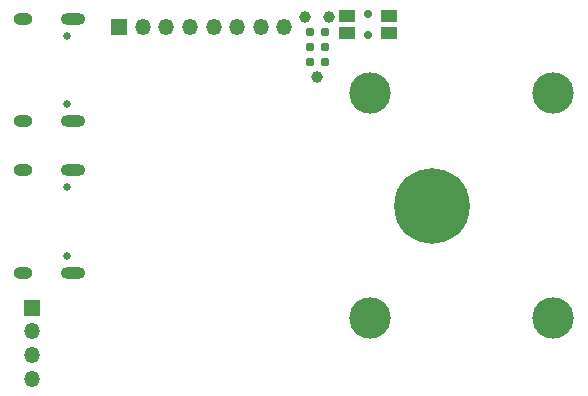
<source format=gbs>
G04 #@! TF.GenerationSoftware,KiCad,Pcbnew,6.0.2+dfsg-1*
G04 #@! TF.CreationDate,2022-08-31T22:25:43-07:00*
G04 #@! TF.ProjectId,OPS,4f50532e-6b69-4636-9164-5f7063625858,rev?*
G04 #@! TF.SameCoordinates,Original*
G04 #@! TF.FileFunction,Soldermask,Bot*
G04 #@! TF.FilePolarity,Negative*
%FSLAX46Y46*%
G04 Gerber Fmt 4.6, Leading zero omitted, Abs format (unit mm)*
G04 Created by KiCad (PCBNEW 6.0.2+dfsg-1) date 2022-08-31 22:25:43*
%MOMM*%
%LPD*%
G01*
G04 APERTURE LIST*
%ADD10C,3.500000*%
%ADD11C,0.650000*%
%ADD12O,2.100000X1.000000*%
%ADD13O,1.600000X1.000000*%
%ADD14R,1.350000X1.350000*%
%ADD15O,1.350000X1.350000*%
%ADD16C,6.400000*%
%ADD17C,0.988060*%
%ADD18C,0.985520*%
%ADD19C,0.784860*%
%ADD20C,0.700000*%
%ADD21R,1.400000X1.050000*%
G04 APERTURE END LIST*
D10*
X96750000Y-58000000D03*
X81250000Y-58000000D03*
X96750000Y-77000000D03*
X81250000Y-77000000D03*
D11*
X55555000Y-53110000D03*
X55555000Y-58890000D03*
D12*
X56085000Y-51680000D03*
D13*
X51905000Y-60320000D03*
X51905000Y-51680000D03*
D12*
X56085000Y-60320000D03*
D11*
X55555000Y-65960000D03*
X55555000Y-71740000D03*
D12*
X56085000Y-64530000D03*
D13*
X51905000Y-73170000D03*
X51905000Y-64530000D03*
D12*
X56085000Y-73170000D03*
D14*
X52600000Y-76150000D03*
D15*
X52600000Y-78150000D03*
X52600000Y-80150000D03*
X52600000Y-82150000D03*
D14*
X60000000Y-52400000D03*
D15*
X62000000Y-52400000D03*
X64000000Y-52400000D03*
X66000000Y-52400000D03*
X68000000Y-52400000D03*
X70000000Y-52400000D03*
X72000000Y-52400000D03*
X74000000Y-52400000D03*
D16*
X86500000Y-67500000D03*
D17*
X76800000Y-56640000D03*
D18*
X77816000Y-51560000D03*
X75784000Y-51560000D03*
D19*
X76165000Y-55370000D03*
X77435000Y-55370000D03*
X76165000Y-54100000D03*
X77435000Y-54100000D03*
X76165000Y-52830000D03*
X77435000Y-52830000D03*
D20*
X81075000Y-51250000D03*
X81075000Y-53050000D03*
D21*
X79275000Y-52870000D03*
X82875000Y-52870000D03*
X79275000Y-51430000D03*
X82875000Y-51430000D03*
M02*

</source>
